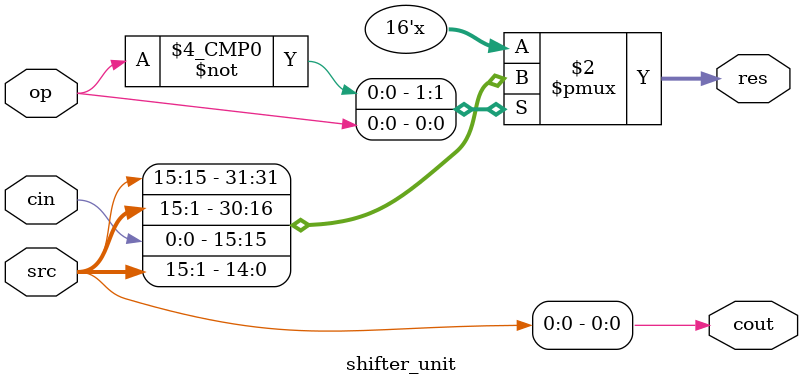
<source format=sv>
/*
 * file: shifter_unit.sv
 * author: Manuel Burnay
 * date created: 2019.12.17
 */

/*
 * Stray operations unit
 * Contains the logic to perform n-bit shift and roll operations
 * that the X-Makina CPU supports.
 * The execution different operations are determined by the 
 * 2-bit "op" signal. 
 * here are the currently supported operations, in order:
 * Shift right arrithmetically (00), Rotate right with Carry (01), Swap bytes in a (10), Sign extend lower byte in a (11)
 */
module shifter_unit
#(
	parameter WORD = 16
 )
(
    input wire cin, op,
	input wire[WORD-1:0] src,
	output reg[WORD-1:0] res,
    output reg cout
);

// Operation seletion ordering done by the op signal
enum {SRA, RRC} SHIFTER_BLOCK_FUNCTIONS;

// Operation selection procedure
always @ (*) begin
    case (op)
        SRA:    res <= {src[WORD-1], src[WORD-1:1]};
        RRC:    res <= {cin, src[WORD-1:1]};
    endcase
    
    cout <= src[0];
end
endmodule
</source>
